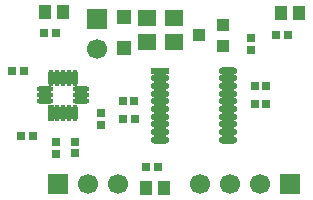
<source format=gbr>
G04 #@! TF.FileFunction,Soldermask,Top*
%FSLAX46Y46*%
G04 Gerber Fmt 4.6, Leading zero omitted, Abs format (unit mm)*
G04 Created by KiCad (PCBNEW 4.0.0-rc1-stable) date 20.11.2015 2:50:06*
%MOMM*%
G01*
G04 APERTURE LIST*
%ADD10C,0.100000*%
%ADD11R,0.800000X0.800000*%
%ADD12R,1.597000X1.343000*%
%ADD13R,1.089000X1.216000*%
%ADD14R,1.200760X1.200760*%
%ADD15R,0.499720X1.398880*%
%ADD16O,0.499720X1.398880*%
%ADD17O,1.398880X0.499720*%
%ADD18R,1.114400X1.114400*%
%ADD19R,1.700000X1.700000*%
%ADD20C,1.700000*%
%ADD21O,1.550000X0.600000*%
%ADD22R,1.550000X0.600000*%
G04 APERTURE END LIST*
D10*
D11*
X126966000Y-85178800D03*
X125966000Y-85178800D03*
X127694000Y-90624300D03*
X126694000Y-90624300D03*
X129656000Y-91130600D03*
X129656000Y-92130600D03*
X136322700Y-89208600D03*
X135322700Y-89208600D03*
X136306600Y-87683000D03*
X135306600Y-87683000D03*
X146486000Y-86382200D03*
X147486000Y-86382200D03*
X146482900Y-87928900D03*
X147482900Y-87928900D03*
D12*
X139671000Y-80697900D03*
X139671000Y-82729900D03*
X137419000Y-80689700D03*
X137419000Y-82721700D03*
D13*
X150267500Y-80245200D03*
X148743500Y-80245200D03*
D14*
X135430000Y-80573520D03*
X135430000Y-83174480D03*
D13*
X137315200Y-95055300D03*
X138839200Y-95055300D03*
X128782000Y-80165500D03*
X130306000Y-80165500D03*
D15*
X129257240Y-88711940D03*
D16*
X129757620Y-88711940D03*
X130258000Y-88711940D03*
X130758380Y-88711940D03*
X131258760Y-88711940D03*
D17*
X131759140Y-87711180D03*
X131759140Y-87210800D03*
X131759140Y-86710420D03*
D16*
X131258760Y-85709660D03*
X130758380Y-85709660D03*
X130258000Y-85709660D03*
X129757620Y-85709660D03*
X129257240Y-85709660D03*
D17*
X128756860Y-86710420D03*
X128756860Y-87210800D03*
X128756860Y-87711180D03*
D18*
X143806000Y-81221800D03*
X143806000Y-82999800D03*
X141774000Y-82110800D03*
D11*
X131253000Y-91124300D03*
X131253000Y-92124300D03*
X133498600Y-88708400D03*
X133498600Y-89708400D03*
X148278500Y-82086300D03*
X149278500Y-82086300D03*
X146171100Y-82389300D03*
X146171100Y-83389300D03*
X137297200Y-93297600D03*
X138297200Y-93297600D03*
X128669000Y-81963300D03*
X129669000Y-81963300D03*
D19*
X133141000Y-80761400D03*
D20*
X133141000Y-83301400D03*
D19*
X149495000Y-94670500D03*
D20*
X146955000Y-94670500D03*
X144415000Y-94670500D03*
X141875000Y-94670500D03*
D19*
X129841600Y-94705600D03*
D20*
X132381600Y-94705600D03*
X134921600Y-94705600D03*
D21*
X144202000Y-87711000D03*
X144202000Y-87061000D03*
X144202000Y-86411000D03*
X144202000Y-85761000D03*
X144202000Y-85111000D03*
X144202000Y-88361000D03*
X144202000Y-89011000D03*
X144202000Y-89661000D03*
X144202000Y-90311000D03*
X144202000Y-90961000D03*
X138452000Y-87711000D03*
X138452000Y-87061000D03*
X138452000Y-86411000D03*
X138452000Y-85761000D03*
D22*
X138452000Y-85111000D03*
D21*
X138452000Y-88361000D03*
X138452000Y-89011000D03*
X138452000Y-89661000D03*
X138452000Y-90311000D03*
X138452000Y-90961000D03*
M02*

</source>
